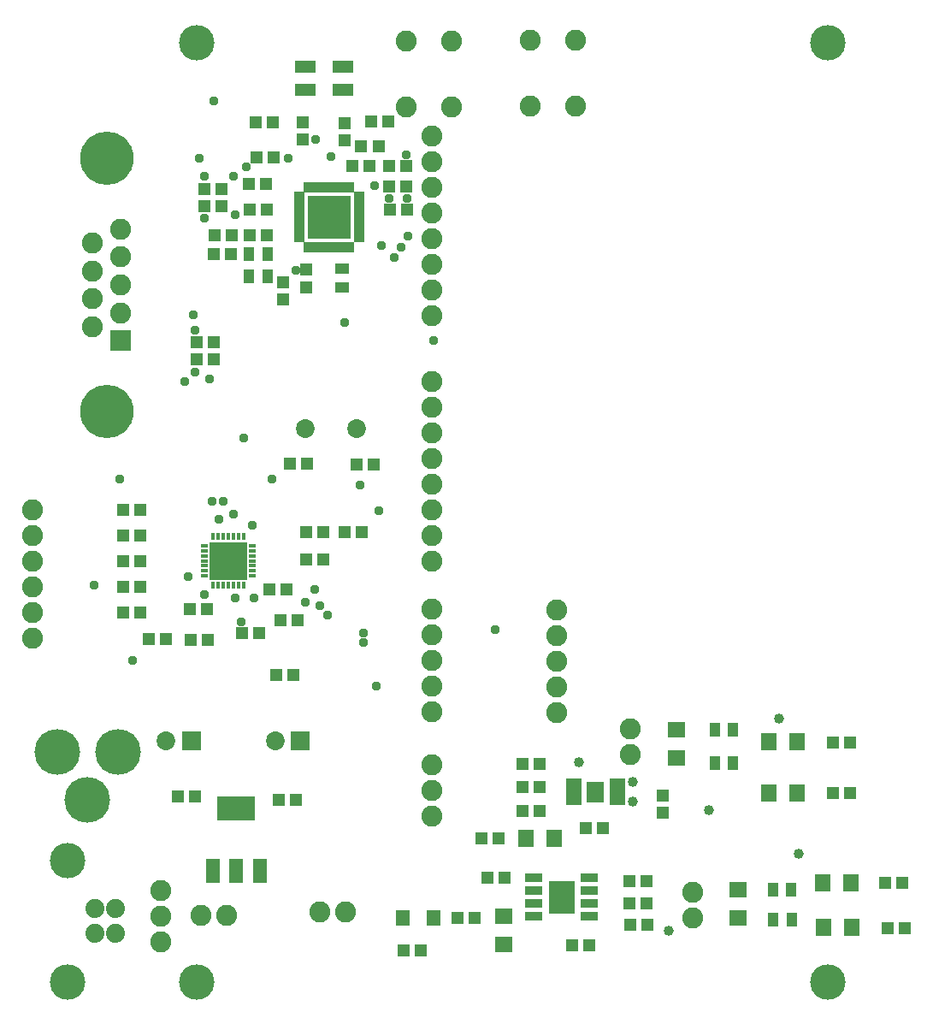
<source format=gbr>
G04 EAGLE Gerber X2 export*
%TF.Part,Single*%
%TF.FileFunction,Soldermask,Top,1*%
%TF.FilePolarity,Negative*%
%TF.GenerationSoftware,Autodesk,EAGLE,8.6.0*%
%TF.CreationDate,2018-05-28T12:08:45Z*%
G75*
%MOMM*%
%FSLAX34Y34*%
%LPD*%
%AMOC8*
5,1,8,0,0,1.08239X$1,22.5*%
G01*
%ADD10R,1.303200X1.203200*%
%ADD11C,1.854200*%
%ADD12R,1.854200X1.854200*%
%ADD13R,3.803200X3.803200*%
%ADD14R,0.453200X0.803200*%
%ADD15R,0.803200X0.453200*%
%ADD16C,4.521200*%
%ADD17C,1.879600*%
%ADD18C,3.505200*%
%ADD19C,2.082800*%
%ADD20R,1.422400X2.438400*%
%ADD21R,3.803200X2.403200*%
%ADD22R,1.753200X0.853200*%
%ADD23R,2.613200X3.303200*%
%ADD24R,1.803200X1.603200*%
%ADD25R,1.403200X1.603200*%
%ADD26R,1.003200X1.403200*%
%ADD27R,1.603200X1.803200*%
%ADD28R,1.625600X0.635000*%
%ADD29R,1.778000X2.082800*%
%ADD30R,1.203200X1.303200*%
%ADD31R,1.041400X0.482600*%
%ADD32R,0.482600X1.041400*%
%ADD33R,4.343400X4.343400*%
%ADD34C,0.965200*%
%ADD35R,1.403200X1.003200*%
%ADD36R,2.103200X1.303200*%
%ADD37R,2.082800X2.082800*%
%ADD38C,5.283200*%
%ADD39C,0.959600*%
%ADD40C,1.009600*%

G36*
X340111Y788669D02*
X340111Y788669D01*
X340111Y788670D01*
X340111Y831342D01*
X340107Y831347D01*
X340106Y831347D01*
X297434Y831347D01*
X297429Y831343D01*
X297429Y831342D01*
X297429Y788670D01*
X297433Y788665D01*
X297434Y788665D01*
X340106Y788665D01*
X340111Y788669D01*
G37*
G36*
X353573Y815339D02*
X353573Y815339D01*
X353573Y815340D01*
X353573Y819658D01*
X353569Y819663D01*
X353568Y819663D01*
X343662Y819663D01*
X343657Y819659D01*
X343657Y819658D01*
X343657Y815340D01*
X343661Y815335D01*
X343662Y815335D01*
X353568Y815335D01*
X353573Y815339D01*
G37*
G36*
X293883Y815339D02*
X293883Y815339D01*
X293883Y815340D01*
X293883Y819658D01*
X293879Y819663D01*
X293878Y819663D01*
X283972Y819663D01*
X283967Y819659D01*
X283967Y819658D01*
X283967Y815340D01*
X283971Y815335D01*
X283972Y815335D01*
X293878Y815335D01*
X293883Y815339D01*
G37*
G36*
X293883Y800353D02*
X293883Y800353D01*
X293883Y800354D01*
X293883Y804672D01*
X293879Y804677D01*
X293878Y804677D01*
X283972Y804677D01*
X283967Y804673D01*
X283967Y804672D01*
X283967Y800354D01*
X283971Y800349D01*
X283972Y800349D01*
X293878Y800349D01*
X293883Y800353D01*
G37*
G36*
X353573Y800353D02*
X353573Y800353D01*
X353573Y800354D01*
X353573Y804672D01*
X353569Y804677D01*
X353568Y804677D01*
X343662Y804677D01*
X343657Y804673D01*
X343657Y804672D01*
X343657Y800354D01*
X343661Y800349D01*
X343662Y800349D01*
X353568Y800349D01*
X353573Y800353D01*
G37*
G36*
X353573Y785367D02*
X353573Y785367D01*
X353573Y785368D01*
X353573Y789686D01*
X353569Y789691D01*
X353568Y789691D01*
X343662Y789691D01*
X343657Y789687D01*
X343657Y789686D01*
X343657Y785368D01*
X343661Y785363D01*
X343662Y785363D01*
X353568Y785363D01*
X353573Y785367D01*
G37*
G36*
X293883Y785367D02*
X293883Y785367D01*
X293883Y785368D01*
X293883Y789686D01*
X293879Y789691D01*
X293878Y789691D01*
X283972Y789691D01*
X283967Y789687D01*
X283967Y789686D01*
X283967Y785368D01*
X283971Y785363D01*
X283972Y785363D01*
X293878Y785363D01*
X293883Y785367D01*
G37*
G36*
X353573Y830325D02*
X353573Y830325D01*
X353573Y830326D01*
X353573Y834644D01*
X353569Y834649D01*
X353568Y834649D01*
X343662Y834649D01*
X343657Y834645D01*
X343657Y834644D01*
X343657Y830326D01*
X343661Y830321D01*
X343662Y830321D01*
X353568Y830321D01*
X353573Y830325D01*
G37*
G36*
X293883Y830325D02*
X293883Y830325D01*
X293883Y830326D01*
X293883Y834644D01*
X293879Y834649D01*
X293878Y834649D01*
X283972Y834649D01*
X283967Y834645D01*
X283967Y834644D01*
X283967Y830326D01*
X283971Y830321D01*
X283972Y830321D01*
X293878Y830321D01*
X293883Y830325D01*
G37*
G36*
X313441Y834897D02*
X313441Y834897D01*
X313441Y834898D01*
X313441Y844804D01*
X313437Y844809D01*
X313436Y844809D01*
X309118Y844809D01*
X309113Y844805D01*
X309113Y844804D01*
X309113Y834898D01*
X309117Y834893D01*
X309118Y834893D01*
X313436Y834893D01*
X313441Y834897D01*
G37*
G36*
X298455Y775207D02*
X298455Y775207D01*
X298455Y775208D01*
X298455Y785114D01*
X298451Y785119D01*
X298450Y785119D01*
X294132Y785119D01*
X294127Y785115D01*
X294127Y785114D01*
X294127Y775208D01*
X294131Y775203D01*
X294132Y775203D01*
X298450Y775203D01*
X298455Y775207D01*
G37*
G36*
X343413Y834897D02*
X343413Y834897D01*
X343413Y834898D01*
X343413Y844804D01*
X343409Y844809D01*
X343408Y844809D01*
X339090Y844809D01*
X339085Y844805D01*
X339085Y844804D01*
X339085Y834898D01*
X339089Y834893D01*
X339090Y834893D01*
X343408Y834893D01*
X343413Y834897D01*
G37*
G36*
X313441Y775207D02*
X313441Y775207D01*
X313441Y775208D01*
X313441Y785114D01*
X313437Y785119D01*
X313436Y785119D01*
X309118Y785119D01*
X309113Y785115D01*
X309113Y785114D01*
X309113Y775208D01*
X309117Y775203D01*
X309118Y775203D01*
X313436Y775203D01*
X313441Y775207D01*
G37*
G36*
X328427Y775207D02*
X328427Y775207D01*
X328427Y775208D01*
X328427Y785114D01*
X328423Y785119D01*
X328422Y785119D01*
X324104Y785119D01*
X324099Y785115D01*
X324099Y785114D01*
X324099Y775208D01*
X324103Y775203D01*
X324104Y775203D01*
X328422Y775203D01*
X328427Y775207D01*
G37*
G36*
X328427Y834897D02*
X328427Y834897D01*
X328427Y834898D01*
X328427Y844804D01*
X328423Y844809D01*
X328422Y844809D01*
X324104Y844809D01*
X324099Y844805D01*
X324099Y844804D01*
X324099Y834898D01*
X324103Y834893D01*
X324104Y834893D01*
X328422Y834893D01*
X328427Y834897D01*
G37*
G36*
X343413Y775207D02*
X343413Y775207D01*
X343413Y775208D01*
X343413Y785114D01*
X343409Y785119D01*
X343408Y785119D01*
X339090Y785119D01*
X339085Y785115D01*
X339085Y785114D01*
X339085Y775208D01*
X339089Y775203D01*
X339090Y775203D01*
X343408Y775203D01*
X343413Y775207D01*
G37*
G36*
X298455Y834897D02*
X298455Y834897D01*
X298455Y834898D01*
X298455Y844804D01*
X298451Y844809D01*
X298450Y844809D01*
X294132Y844809D01*
X294127Y844805D01*
X294127Y844804D01*
X294127Y834898D01*
X294131Y834893D01*
X294132Y834893D01*
X298450Y834893D01*
X298455Y834897D01*
G37*
G36*
X333253Y775207D02*
X333253Y775207D01*
X333253Y775208D01*
X333253Y785114D01*
X333249Y785119D01*
X333248Y785119D01*
X329184Y785119D01*
X329179Y785115D01*
X329179Y785114D01*
X329179Y775208D01*
X329183Y775203D01*
X329184Y775203D01*
X333248Y775203D01*
X333253Y775207D01*
G37*
G36*
X338333Y775207D02*
X338333Y775207D01*
X338333Y775208D01*
X338333Y785114D01*
X338329Y785119D01*
X338328Y785119D01*
X334264Y785119D01*
X334259Y785115D01*
X334259Y785114D01*
X334259Y775208D01*
X334263Y775203D01*
X334264Y775203D01*
X338328Y775203D01*
X338333Y775207D01*
G37*
G36*
X323347Y834897D02*
X323347Y834897D01*
X323347Y834898D01*
X323347Y844804D01*
X323343Y844809D01*
X323342Y844809D01*
X319278Y844809D01*
X319273Y844805D01*
X319273Y844804D01*
X319273Y834898D01*
X319277Y834893D01*
X319278Y834893D01*
X323342Y834893D01*
X323347Y834897D01*
G37*
G36*
X293883Y820419D02*
X293883Y820419D01*
X293883Y820420D01*
X293883Y824484D01*
X293879Y824489D01*
X293878Y824489D01*
X283972Y824489D01*
X283967Y824485D01*
X283967Y824484D01*
X283967Y820420D01*
X283971Y820415D01*
X283972Y820415D01*
X293878Y820415D01*
X293883Y820419D01*
G37*
G36*
X353573Y820419D02*
X353573Y820419D01*
X353573Y820420D01*
X353573Y824484D01*
X353569Y824489D01*
X353568Y824489D01*
X343662Y824489D01*
X343657Y824485D01*
X343657Y824484D01*
X343657Y820420D01*
X343661Y820415D01*
X343662Y820415D01*
X353568Y820415D01*
X353573Y820419D01*
G37*
G36*
X308361Y834897D02*
X308361Y834897D01*
X308361Y834898D01*
X308361Y844804D01*
X308357Y844809D01*
X308356Y844809D01*
X304292Y844809D01*
X304287Y844805D01*
X304287Y844804D01*
X304287Y834898D01*
X304291Y834893D01*
X304292Y834893D01*
X308356Y834893D01*
X308361Y834897D01*
G37*
G36*
X323347Y775207D02*
X323347Y775207D01*
X323347Y775208D01*
X323347Y785114D01*
X323343Y785119D01*
X323342Y785119D01*
X319278Y785119D01*
X319273Y785115D01*
X319273Y785114D01*
X319273Y775208D01*
X319277Y775203D01*
X319278Y775203D01*
X323342Y775203D01*
X323347Y775207D01*
G37*
G36*
X303281Y775207D02*
X303281Y775207D01*
X303281Y775208D01*
X303281Y785114D01*
X303277Y785119D01*
X303276Y785119D01*
X299212Y785119D01*
X299207Y785115D01*
X299207Y785114D01*
X299207Y775208D01*
X299211Y775203D01*
X299212Y775203D01*
X303276Y775203D01*
X303281Y775207D01*
G37*
G36*
X308361Y775207D02*
X308361Y775207D01*
X308361Y775208D01*
X308361Y785114D01*
X308357Y785119D01*
X308356Y785119D01*
X304292Y785119D01*
X304287Y785115D01*
X304287Y785114D01*
X304287Y775208D01*
X304291Y775203D01*
X304292Y775203D01*
X308356Y775203D01*
X308361Y775207D01*
G37*
G36*
X333253Y834897D02*
X333253Y834897D01*
X333253Y834898D01*
X333253Y844804D01*
X333249Y844809D01*
X333248Y844809D01*
X329184Y844809D01*
X329179Y844805D01*
X329179Y844804D01*
X329179Y834898D01*
X329183Y834893D01*
X329184Y834893D01*
X333248Y834893D01*
X333253Y834897D01*
G37*
G36*
X318267Y775207D02*
X318267Y775207D01*
X318267Y775208D01*
X318267Y785114D01*
X318263Y785119D01*
X318262Y785119D01*
X314198Y785119D01*
X314193Y785115D01*
X314193Y785114D01*
X314193Y775208D01*
X314197Y775203D01*
X314198Y775203D01*
X318262Y775203D01*
X318267Y775207D01*
G37*
G36*
X318267Y834897D02*
X318267Y834897D01*
X318267Y834898D01*
X318267Y844804D01*
X318263Y844809D01*
X318262Y844809D01*
X314198Y844809D01*
X314193Y844805D01*
X314193Y844804D01*
X314193Y834898D01*
X314197Y834893D01*
X314198Y834893D01*
X318262Y834893D01*
X318267Y834897D01*
G37*
G36*
X353573Y810513D02*
X353573Y810513D01*
X353573Y810514D01*
X353573Y814578D01*
X353569Y814583D01*
X353568Y814583D01*
X343662Y814583D01*
X343657Y814579D01*
X343657Y814578D01*
X343657Y810514D01*
X343661Y810509D01*
X343662Y810509D01*
X353568Y810509D01*
X353573Y810513D01*
G37*
G36*
X293883Y810513D02*
X293883Y810513D01*
X293883Y810514D01*
X293883Y814578D01*
X293879Y814583D01*
X293878Y814583D01*
X283972Y814583D01*
X283967Y814579D01*
X283967Y814578D01*
X283967Y810514D01*
X283971Y810509D01*
X283972Y810509D01*
X293878Y810509D01*
X293883Y810513D01*
G37*
G36*
X303281Y834897D02*
X303281Y834897D01*
X303281Y834898D01*
X303281Y844804D01*
X303277Y844809D01*
X303276Y844809D01*
X299212Y844809D01*
X299207Y844805D01*
X299207Y844804D01*
X299207Y834898D01*
X299211Y834893D01*
X299212Y834893D01*
X303276Y834893D01*
X303281Y834897D01*
G37*
G36*
X338333Y834897D02*
X338333Y834897D01*
X338333Y834898D01*
X338333Y844804D01*
X338329Y844809D01*
X338328Y844809D01*
X334264Y844809D01*
X334259Y844805D01*
X334259Y844804D01*
X334259Y834898D01*
X334263Y834893D01*
X334264Y834893D01*
X338328Y834893D01*
X338333Y834897D01*
G37*
G36*
X353573Y790447D02*
X353573Y790447D01*
X353573Y790448D01*
X353573Y794512D01*
X353569Y794517D01*
X353568Y794517D01*
X343662Y794517D01*
X343657Y794513D01*
X343657Y794512D01*
X343657Y790448D01*
X343661Y790443D01*
X343662Y790443D01*
X353568Y790443D01*
X353573Y790447D01*
G37*
G36*
X293883Y790447D02*
X293883Y790447D01*
X293883Y790448D01*
X293883Y794512D01*
X293879Y794517D01*
X293878Y794517D01*
X283972Y794517D01*
X283967Y794513D01*
X283967Y794512D01*
X283967Y790448D01*
X283971Y790443D01*
X283972Y790443D01*
X293878Y790443D01*
X293883Y790447D01*
G37*
G36*
X353573Y795527D02*
X353573Y795527D01*
X353573Y795528D01*
X353573Y799592D01*
X353569Y799597D01*
X353568Y799597D01*
X343662Y799597D01*
X343657Y799593D01*
X343657Y799592D01*
X343657Y795528D01*
X343661Y795523D01*
X343662Y795523D01*
X353568Y795523D01*
X353573Y795527D01*
G37*
G36*
X353573Y805433D02*
X353573Y805433D01*
X353573Y805434D01*
X353573Y809498D01*
X353569Y809503D01*
X353568Y809503D01*
X343662Y809503D01*
X343657Y809499D01*
X343657Y809498D01*
X343657Y805434D01*
X343661Y805429D01*
X343662Y805429D01*
X353568Y805429D01*
X353573Y805433D01*
G37*
G36*
X293883Y805433D02*
X293883Y805433D01*
X293883Y805434D01*
X293883Y809498D01*
X293879Y809503D01*
X293878Y809503D01*
X283972Y809503D01*
X283967Y809499D01*
X283967Y809498D01*
X283967Y805434D01*
X283971Y805429D01*
X283972Y805429D01*
X293878Y805429D01*
X293883Y805433D01*
G37*
G36*
X353573Y825499D02*
X353573Y825499D01*
X353573Y825500D01*
X353573Y829564D01*
X353569Y829569D01*
X353568Y829569D01*
X343662Y829569D01*
X343657Y829565D01*
X343657Y829564D01*
X343657Y825500D01*
X343661Y825495D01*
X343662Y825495D01*
X353568Y825495D01*
X353573Y825499D01*
G37*
G36*
X293883Y825499D02*
X293883Y825499D01*
X293883Y825500D01*
X293883Y829564D01*
X293879Y829569D01*
X293878Y829569D01*
X283972Y829569D01*
X283967Y829565D01*
X283967Y829564D01*
X283967Y825500D01*
X283971Y825495D01*
X283972Y825495D01*
X293878Y825495D01*
X293883Y825499D01*
G37*
G36*
X293883Y795527D02*
X293883Y795527D01*
X293883Y795528D01*
X293883Y799592D01*
X293879Y799597D01*
X293878Y799597D01*
X283972Y799597D01*
X283967Y799593D01*
X283967Y799592D01*
X283967Y795528D01*
X283971Y795523D01*
X283972Y795523D01*
X293878Y795523D01*
X293883Y795527D01*
G37*
%LPC*%
G36*
X308869Y800105D02*
X308869Y800105D01*
X308869Y804159D01*
X312923Y804159D01*
X312923Y800105D01*
X308869Y800105D01*
G37*
%LPD*%
%LPC*%
G36*
X316743Y800105D02*
X316743Y800105D01*
X316743Y804159D01*
X320797Y804159D01*
X320797Y800105D01*
X316743Y800105D01*
G37*
%LPD*%
%LPC*%
G36*
X324617Y800105D02*
X324617Y800105D01*
X324617Y804159D01*
X328671Y804159D01*
X328671Y800105D01*
X324617Y800105D01*
G37*
%LPD*%
%LPC*%
G36*
X332491Y800105D02*
X332491Y800105D01*
X332491Y804159D01*
X336545Y804159D01*
X336545Y800105D01*
X332491Y800105D01*
G37*
%LPD*%
%LPC*%
G36*
X300995Y800105D02*
X300995Y800105D01*
X300995Y804159D01*
X305049Y804159D01*
X305049Y800105D01*
X300995Y800105D01*
G37*
%LPD*%
%LPC*%
G36*
X332491Y807979D02*
X332491Y807979D01*
X332491Y812033D01*
X336545Y812033D01*
X336545Y807979D01*
X332491Y807979D01*
G37*
%LPD*%
%LPC*%
G36*
X300995Y792231D02*
X300995Y792231D01*
X300995Y796285D01*
X305049Y796285D01*
X305049Y792231D01*
X300995Y792231D01*
G37*
%LPD*%
%LPC*%
G36*
X316743Y792231D02*
X316743Y792231D01*
X316743Y796285D01*
X320797Y796285D01*
X320797Y792231D01*
X316743Y792231D01*
G37*
%LPD*%
%LPC*%
G36*
X324617Y792231D02*
X324617Y792231D01*
X324617Y796285D01*
X328671Y796285D01*
X328671Y792231D01*
X324617Y792231D01*
G37*
%LPD*%
%LPC*%
G36*
X332491Y792231D02*
X332491Y792231D01*
X332491Y796285D01*
X336545Y796285D01*
X336545Y792231D01*
X332491Y792231D01*
G37*
%LPD*%
%LPC*%
G36*
X308869Y792231D02*
X308869Y792231D01*
X308869Y796285D01*
X312923Y796285D01*
X312923Y792231D01*
X308869Y792231D01*
G37*
%LPD*%
%LPC*%
G36*
X324617Y807979D02*
X324617Y807979D01*
X324617Y812033D01*
X328671Y812033D01*
X328671Y807979D01*
X324617Y807979D01*
G37*
%LPD*%
%LPC*%
G36*
X324617Y823727D02*
X324617Y823727D01*
X324617Y827781D01*
X328671Y827781D01*
X328671Y823727D01*
X324617Y823727D01*
G37*
%LPD*%
%LPC*%
G36*
X308869Y807979D02*
X308869Y807979D01*
X308869Y812033D01*
X312923Y812033D01*
X312923Y807979D01*
X308869Y807979D01*
G37*
%LPD*%
%LPC*%
G36*
X300995Y807979D02*
X300995Y807979D01*
X300995Y812033D01*
X305049Y812033D01*
X305049Y807979D01*
X300995Y807979D01*
G37*
%LPD*%
%LPC*%
G36*
X316743Y823727D02*
X316743Y823727D01*
X316743Y827781D01*
X320797Y827781D01*
X320797Y823727D01*
X316743Y823727D01*
G37*
%LPD*%
%LPC*%
G36*
X300995Y823727D02*
X300995Y823727D01*
X300995Y827781D01*
X305049Y827781D01*
X305049Y823727D01*
X300995Y823727D01*
G37*
%LPD*%
%LPC*%
G36*
X332491Y815853D02*
X332491Y815853D01*
X332491Y819907D01*
X336545Y819907D01*
X336545Y815853D01*
X332491Y815853D01*
G37*
%LPD*%
%LPC*%
G36*
X324617Y815853D02*
X324617Y815853D01*
X324617Y819907D01*
X328671Y819907D01*
X328671Y815853D01*
X324617Y815853D01*
G37*
%LPD*%
%LPC*%
G36*
X316743Y815853D02*
X316743Y815853D01*
X316743Y819907D01*
X320797Y819907D01*
X320797Y815853D01*
X316743Y815853D01*
G37*
%LPD*%
%LPC*%
G36*
X308869Y815853D02*
X308869Y815853D01*
X308869Y819907D01*
X312923Y819907D01*
X312923Y815853D01*
X308869Y815853D01*
G37*
%LPD*%
%LPC*%
G36*
X300995Y815853D02*
X300995Y815853D01*
X300995Y819907D01*
X305049Y819907D01*
X305049Y815853D01*
X300995Y815853D01*
G37*
%LPD*%
%LPC*%
G36*
X308869Y823727D02*
X308869Y823727D01*
X308869Y827781D01*
X312923Y827781D01*
X312923Y823727D01*
X308869Y823727D01*
G37*
%LPD*%
%LPC*%
G36*
X332491Y823727D02*
X332491Y823727D01*
X332491Y827781D01*
X336545Y827781D01*
X336545Y823727D01*
X332491Y823727D01*
G37*
%LPD*%
%LPC*%
G36*
X316743Y807979D02*
X316743Y807979D01*
X316743Y812033D01*
X320797Y812033D01*
X320797Y807979D01*
X316743Y807979D01*
G37*
%LPD*%
D10*
X169300Y236538D03*
X186300Y236538D03*
D11*
X157363Y292100D03*
D12*
X182363Y292100D03*
D11*
X265313Y292100D03*
D12*
X290313Y292100D03*
D10*
X285995Y233680D03*
X268995Y233680D03*
D13*
X219075Y469900D03*
D14*
X219075Y493900D03*
X224075Y493900D03*
X229075Y493900D03*
X234075Y493900D03*
X214075Y493900D03*
X209075Y493900D03*
X204075Y493900D03*
X219075Y445900D03*
X224075Y445900D03*
X229075Y445900D03*
X234075Y445900D03*
D15*
X243075Y469900D03*
X243075Y464900D03*
X243075Y459900D03*
X243075Y454900D03*
X243075Y474900D03*
X243075Y479900D03*
X243075Y484900D03*
X195075Y469900D03*
X195075Y464900D03*
X195075Y459900D03*
X195075Y454900D03*
X195075Y474900D03*
X195075Y479900D03*
X195075Y484900D03*
D14*
X214075Y445900D03*
X209075Y445900D03*
X204075Y445900D03*
D16*
X109695Y280353D03*
X49695Y280353D03*
X79695Y233353D03*
D17*
X107188Y100784D03*
X107188Y125784D03*
X87376Y125784D03*
X87376Y100784D03*
D18*
X60198Y53086D03*
X60198Y173482D03*
D19*
X152083Y143447D03*
X152083Y118047D03*
X152083Y92647D03*
D10*
X266138Y357188D03*
X283138Y357188D03*
D20*
X203899Y162687D03*
X227013Y162687D03*
X250127Y162687D03*
D21*
X227013Y224665D03*
D11*
X295085Y601091D03*
X345885Y601091D03*
D10*
X345830Y565468D03*
X362830Y565468D03*
X296790Y566420D03*
X279790Y566420D03*
X296300Y471488D03*
X313300Y471488D03*
X296300Y498475D03*
X313300Y498475D03*
X334400Y498475D03*
X351400Y498475D03*
X259788Y441325D03*
X276788Y441325D03*
X270900Y411163D03*
X287900Y411163D03*
X157408Y392113D03*
X140408Y392113D03*
X198048Y421958D03*
X181048Y421958D03*
X181365Y391795D03*
X198365Y391795D03*
X114690Y520700D03*
X131690Y520700D03*
X114690Y495300D03*
X131690Y495300D03*
X114690Y469900D03*
X131690Y469900D03*
X114690Y444500D03*
X131690Y444500D03*
X114690Y419100D03*
X131690Y419100D03*
D19*
X25400Y520700D03*
X25400Y495300D03*
X25400Y469900D03*
X25400Y444500D03*
X25400Y419100D03*
X25400Y393700D03*
X217488Y119063D03*
X192088Y119063D03*
X334963Y122238D03*
X309563Y122238D03*
D10*
X232800Y398463D03*
X249800Y398463D03*
D19*
X517589Y920115D03*
X517589Y985139D03*
X562801Y920115D03*
X562801Y985139D03*
X420688Y646875D03*
X420688Y621475D03*
X420688Y596075D03*
X420688Y570675D03*
X420688Y545275D03*
X420688Y519875D03*
X420688Y494475D03*
X420688Y469075D03*
X420688Y422275D03*
X420688Y396875D03*
X420688Y371475D03*
X420688Y346075D03*
X420688Y320675D03*
X420688Y268288D03*
X420688Y242888D03*
X420688Y217488D03*
X678434Y142240D03*
X678434Y116840D03*
D10*
X559698Y89662D03*
X576698Y89662D03*
D22*
X521644Y156210D03*
X521644Y143510D03*
X521644Y130810D03*
X521644Y118110D03*
X576144Y118110D03*
X576144Y130810D03*
X576144Y143510D03*
X576144Y156210D03*
D23*
X548894Y137160D03*
D10*
X616594Y109728D03*
X633594Y109728D03*
X633340Y152654D03*
X616340Y152654D03*
X492624Y156210D03*
X475624Y156210D03*
X633340Y130810D03*
X616340Y130810D03*
D24*
X491490Y90140D03*
X491490Y118140D03*
D25*
X422162Y116586D03*
X392162Y116586D03*
D10*
X409312Y84582D03*
X392312Y84582D03*
D24*
X723392Y116302D03*
X723392Y144302D03*
D26*
X758334Y144272D03*
X776334Y144272D03*
X758588Y114554D03*
X776588Y114554D03*
D27*
X835182Y151384D03*
X807182Y151384D03*
X836198Y106934D03*
X808198Y106934D03*
D10*
X869578Y150876D03*
X886578Y150876D03*
X871610Y106680D03*
X888610Y106680D03*
D28*
X560832Y250698D03*
X560832Y244348D03*
X560832Y237744D03*
X560832Y231394D03*
X604520Y231394D03*
X604520Y237744D03*
X604520Y244348D03*
X604520Y250698D03*
D29*
X582676Y241046D03*
D27*
X541304Y194818D03*
X513304Y194818D03*
D30*
X648970Y237608D03*
X648970Y220608D03*
D10*
X527168Y269240D03*
X510168Y269240D03*
X510168Y222504D03*
X527168Y222504D03*
X510168Y245872D03*
X527168Y245872D03*
X572906Y205740D03*
X589906Y205740D03*
X462906Y116078D03*
X445906Y116078D03*
X486528Y194818D03*
X469528Y194818D03*
D19*
X616712Y303276D03*
X616712Y277876D03*
D24*
X662940Y274798D03*
X662940Y302798D03*
D26*
X700676Y269748D03*
X718676Y269748D03*
X700676Y302514D03*
X718676Y302514D03*
D27*
X782096Y240030D03*
X754096Y240030D03*
X781842Y290576D03*
X753842Y290576D03*
D10*
X817508Y240030D03*
X834508Y240030D03*
X817254Y290068D03*
X834254Y290068D03*
D31*
X289020Y832506D03*
X289020Y827506D03*
X289020Y822506D03*
X289020Y817506D03*
X289020Y812506D03*
X289020Y807506D03*
X289020Y802506D03*
X289020Y797506D03*
X289020Y792506D03*
X289020Y787506D03*
D32*
X296264Y780256D03*
X301266Y780256D03*
X306267Y780256D03*
X311268Y780256D03*
X316269Y780256D03*
X321271Y780256D03*
X326272Y780256D03*
X331273Y780256D03*
X336274Y780256D03*
X341276Y780256D03*
D31*
X348520Y787506D03*
X348520Y792506D03*
X348520Y797506D03*
X348520Y802506D03*
X348520Y807506D03*
X348520Y812506D03*
X348520Y817506D03*
X348520Y822506D03*
X348520Y827506D03*
X348520Y832506D03*
D32*
X341276Y839756D03*
X336274Y839756D03*
X331273Y839756D03*
X326272Y839756D03*
X321271Y839756D03*
X316269Y839756D03*
X311268Y839756D03*
X306267Y839756D03*
X301266Y839756D03*
X296264Y839756D03*
D33*
X318770Y810006D03*
D34*
X303022Y794258D03*
X303022Y802132D03*
X303022Y810006D03*
X303022Y817880D03*
X303022Y825754D03*
X310896Y794258D03*
X310896Y802132D03*
X310896Y810006D03*
X310896Y817880D03*
X310896Y825754D03*
X318770Y794258D03*
X318770Y802132D03*
X318770Y810006D03*
X318770Y817880D03*
X318770Y825754D03*
X326644Y794258D03*
X326644Y802132D03*
X326644Y810006D03*
X326644Y817880D03*
X326644Y825754D03*
X334518Y794258D03*
X334518Y802132D03*
X334518Y810006D03*
X334518Y817880D03*
X334518Y825754D03*
D30*
X296418Y757800D03*
X296418Y740800D03*
D35*
X331470Y758808D03*
X331470Y740808D03*
D10*
X239658Y842518D03*
X256658Y842518D03*
D26*
X239666Y773684D03*
X257666Y773684D03*
D10*
X378342Y860806D03*
X395342Y860806D03*
X264024Y868934D03*
X247024Y868934D03*
D26*
X257666Y751586D03*
X239666Y751586D03*
D10*
X240166Y817626D03*
X257166Y817626D03*
X195208Y820928D03*
X212208Y820928D03*
X194954Y837692D03*
X211954Y837692D03*
X187588Y686308D03*
X204588Y686308D03*
X187588Y669544D03*
X204588Y669544D03*
D36*
X295444Y936174D03*
X332444Y959174D03*
X295444Y959174D03*
X332444Y936174D03*
D30*
X292608Y886850D03*
X292608Y903850D03*
X334518Y903342D03*
X334518Y886342D03*
D10*
X246262Y904240D03*
X263262Y904240D03*
X360308Y905002D03*
X377308Y905002D03*
X378088Y840232D03*
X395088Y840232D03*
D19*
X395224Y919226D03*
X395224Y984250D03*
X440436Y919226D03*
X440436Y984250D03*
D10*
X396104Y817626D03*
X379104Y817626D03*
X350656Y880364D03*
X367656Y880364D03*
X342020Y860806D03*
X359020Y860806D03*
D30*
X273558Y745354D03*
X273558Y728354D03*
D10*
X257420Y792480D03*
X240420Y792480D03*
X222114Y792480D03*
X205114Y792480D03*
D37*
X112752Y687550D03*
D19*
X112752Y715250D03*
X112752Y742950D03*
X112752Y770650D03*
X112752Y798350D03*
X84352Y701450D03*
X84352Y729150D03*
X84352Y756750D03*
X84352Y784450D03*
D38*
X98552Y617950D03*
X98552Y867950D03*
D10*
X221352Y773684D03*
X204352Y773684D03*
D19*
X420688Y890270D03*
X420688Y864870D03*
X420688Y839470D03*
X420688Y814070D03*
X420688Y788670D03*
X420688Y763270D03*
X420688Y737870D03*
X420688Y712470D03*
X543814Y320040D03*
X543814Y345440D03*
X543814Y370840D03*
X543814Y396240D03*
X543814Y421640D03*
D18*
X812800Y53340D03*
X812800Y982980D03*
X187960Y982980D03*
X187960Y53340D03*
D39*
X209550Y511175D03*
X123825Y371475D03*
X244475Y433388D03*
X309563Y425450D03*
D40*
X655320Y103886D03*
X784098Y179832D03*
X695198Y223266D03*
X764540Y313690D03*
D39*
X321056Y870204D03*
X395224Y871474D03*
X237236Y859790D03*
X483362Y401828D03*
X204978Y925068D03*
X190500Y868680D03*
X175768Y646938D03*
X184658Y713232D03*
X202883Y528638D03*
X242888Y504825D03*
X349250Y544513D03*
X368300Y519113D03*
X111125Y550863D03*
X261938Y550863D03*
X304800Y441325D03*
X214313Y528638D03*
X223838Y515938D03*
X234442Y591312D03*
X422656Y687578D03*
X390144Y780034D03*
X397002Y790956D03*
X225425Y433388D03*
X231775Y409575D03*
X179388Y454025D03*
X317500Y415925D03*
X352425Y388938D03*
X365125Y346075D03*
X195263Y436563D03*
X295275Y428625D03*
X352425Y398463D03*
X85725Y445770D03*
X200152Y650240D03*
X334518Y705358D03*
X286004Y757682D03*
D40*
X566420Y270764D03*
X619252Y250698D03*
X619506Y231394D03*
D39*
X395986Y828548D03*
X363474Y841502D03*
X278638Y868172D03*
X226060Y812038D03*
X224282Y850900D03*
X195072Y850392D03*
X195326Y808736D03*
X186182Y697738D03*
X185928Y656844D03*
X305562Y886968D03*
X383032Y769874D03*
X370840Y781812D03*
X378460Y828294D03*
M02*

</source>
